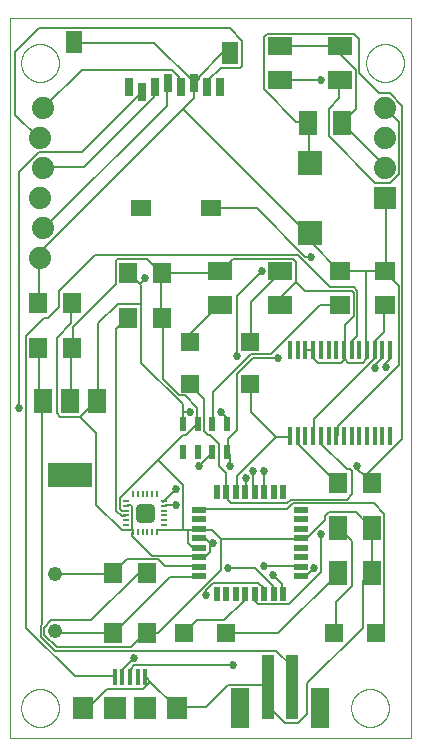
<source format=gtl>
G75*
%MOIN*%
%OFA0B0*%
%FSLAX25Y25*%
%IPPOS*%
%LPD*%
%AMOC8*
5,1,8,0,0,1.08239X$1,22.5*
%
%ADD10C,0.00000*%
%ADD11R,0.06299X0.07087*%
%ADD12R,0.07087X0.06299*%
%ADD13R,0.07400X0.07400*%
%ADD14C,0.07400*%
%ADD15R,0.01575X0.05906*%
%ADD16R,0.05900X0.07900*%
%ADD17R,0.15000X0.07900*%
%ADD18R,0.01378X0.05512*%
%ADD19R,0.07087X0.07480*%
%ADD20R,0.07480X0.07480*%
%ADD21R,0.05906X0.05906*%
%ADD22C,0.04800*%
%ADD23R,0.06299X0.07874*%
%ADD24R,0.07874X0.06299*%
%ADD25R,0.07874X0.07874*%
%ADD26R,0.05512X0.07480*%
%ADD27R,0.07087X0.05512*%
%ADD28R,0.02756X0.05906*%
%ADD29R,0.00787X0.02362*%
%ADD30R,0.02362X0.00787*%
%ADD31C,0.03031*%
%ADD32R,0.05000X0.02200*%
%ADD33R,0.02200X0.05000*%
%ADD34R,0.01969X0.04724*%
%ADD35R,0.03937X0.21654*%
%ADD36R,0.06299X0.13386*%
%ADD37C,0.00600*%
%ADD38C,0.02700*%
D10*
X0002050Y0012667D02*
X0002050Y0252627D01*
X0135751Y0252627D01*
X0135751Y0012667D01*
X0002050Y0012667D01*
X0005751Y0022667D02*
X0005753Y0022825D01*
X0005759Y0022983D01*
X0005769Y0023141D01*
X0005783Y0023299D01*
X0005801Y0023456D01*
X0005822Y0023613D01*
X0005848Y0023769D01*
X0005878Y0023925D01*
X0005911Y0024080D01*
X0005949Y0024233D01*
X0005990Y0024386D01*
X0006035Y0024538D01*
X0006084Y0024689D01*
X0006137Y0024838D01*
X0006193Y0024986D01*
X0006253Y0025132D01*
X0006317Y0025277D01*
X0006385Y0025420D01*
X0006456Y0025562D01*
X0006530Y0025702D01*
X0006608Y0025839D01*
X0006690Y0025975D01*
X0006774Y0026109D01*
X0006863Y0026240D01*
X0006954Y0026369D01*
X0007049Y0026496D01*
X0007146Y0026621D01*
X0007247Y0026743D01*
X0007351Y0026862D01*
X0007458Y0026979D01*
X0007568Y0027093D01*
X0007681Y0027204D01*
X0007796Y0027313D01*
X0007914Y0027418D01*
X0008035Y0027520D01*
X0008158Y0027620D01*
X0008284Y0027716D01*
X0008412Y0027809D01*
X0008542Y0027899D01*
X0008675Y0027985D01*
X0008810Y0028069D01*
X0008946Y0028148D01*
X0009085Y0028225D01*
X0009226Y0028297D01*
X0009368Y0028367D01*
X0009512Y0028432D01*
X0009658Y0028494D01*
X0009805Y0028552D01*
X0009954Y0028607D01*
X0010104Y0028658D01*
X0010255Y0028705D01*
X0010407Y0028748D01*
X0010560Y0028787D01*
X0010715Y0028823D01*
X0010870Y0028854D01*
X0011026Y0028882D01*
X0011182Y0028906D01*
X0011339Y0028926D01*
X0011497Y0028942D01*
X0011654Y0028954D01*
X0011813Y0028962D01*
X0011971Y0028966D01*
X0012129Y0028966D01*
X0012287Y0028962D01*
X0012446Y0028954D01*
X0012603Y0028942D01*
X0012761Y0028926D01*
X0012918Y0028906D01*
X0013074Y0028882D01*
X0013230Y0028854D01*
X0013385Y0028823D01*
X0013540Y0028787D01*
X0013693Y0028748D01*
X0013845Y0028705D01*
X0013996Y0028658D01*
X0014146Y0028607D01*
X0014295Y0028552D01*
X0014442Y0028494D01*
X0014588Y0028432D01*
X0014732Y0028367D01*
X0014874Y0028297D01*
X0015015Y0028225D01*
X0015154Y0028148D01*
X0015290Y0028069D01*
X0015425Y0027985D01*
X0015558Y0027899D01*
X0015688Y0027809D01*
X0015816Y0027716D01*
X0015942Y0027620D01*
X0016065Y0027520D01*
X0016186Y0027418D01*
X0016304Y0027313D01*
X0016419Y0027204D01*
X0016532Y0027093D01*
X0016642Y0026979D01*
X0016749Y0026862D01*
X0016853Y0026743D01*
X0016954Y0026621D01*
X0017051Y0026496D01*
X0017146Y0026369D01*
X0017237Y0026240D01*
X0017326Y0026109D01*
X0017410Y0025975D01*
X0017492Y0025839D01*
X0017570Y0025702D01*
X0017644Y0025562D01*
X0017715Y0025420D01*
X0017783Y0025277D01*
X0017847Y0025132D01*
X0017907Y0024986D01*
X0017963Y0024838D01*
X0018016Y0024689D01*
X0018065Y0024538D01*
X0018110Y0024386D01*
X0018151Y0024233D01*
X0018189Y0024080D01*
X0018222Y0023925D01*
X0018252Y0023769D01*
X0018278Y0023613D01*
X0018299Y0023456D01*
X0018317Y0023299D01*
X0018331Y0023141D01*
X0018341Y0022983D01*
X0018347Y0022825D01*
X0018349Y0022667D01*
X0018347Y0022509D01*
X0018341Y0022351D01*
X0018331Y0022193D01*
X0018317Y0022035D01*
X0018299Y0021878D01*
X0018278Y0021721D01*
X0018252Y0021565D01*
X0018222Y0021409D01*
X0018189Y0021254D01*
X0018151Y0021101D01*
X0018110Y0020948D01*
X0018065Y0020796D01*
X0018016Y0020645D01*
X0017963Y0020496D01*
X0017907Y0020348D01*
X0017847Y0020202D01*
X0017783Y0020057D01*
X0017715Y0019914D01*
X0017644Y0019772D01*
X0017570Y0019632D01*
X0017492Y0019495D01*
X0017410Y0019359D01*
X0017326Y0019225D01*
X0017237Y0019094D01*
X0017146Y0018965D01*
X0017051Y0018838D01*
X0016954Y0018713D01*
X0016853Y0018591D01*
X0016749Y0018472D01*
X0016642Y0018355D01*
X0016532Y0018241D01*
X0016419Y0018130D01*
X0016304Y0018021D01*
X0016186Y0017916D01*
X0016065Y0017814D01*
X0015942Y0017714D01*
X0015816Y0017618D01*
X0015688Y0017525D01*
X0015558Y0017435D01*
X0015425Y0017349D01*
X0015290Y0017265D01*
X0015154Y0017186D01*
X0015015Y0017109D01*
X0014874Y0017037D01*
X0014732Y0016967D01*
X0014588Y0016902D01*
X0014442Y0016840D01*
X0014295Y0016782D01*
X0014146Y0016727D01*
X0013996Y0016676D01*
X0013845Y0016629D01*
X0013693Y0016586D01*
X0013540Y0016547D01*
X0013385Y0016511D01*
X0013230Y0016480D01*
X0013074Y0016452D01*
X0012918Y0016428D01*
X0012761Y0016408D01*
X0012603Y0016392D01*
X0012446Y0016380D01*
X0012287Y0016372D01*
X0012129Y0016368D01*
X0011971Y0016368D01*
X0011813Y0016372D01*
X0011654Y0016380D01*
X0011497Y0016392D01*
X0011339Y0016408D01*
X0011182Y0016428D01*
X0011026Y0016452D01*
X0010870Y0016480D01*
X0010715Y0016511D01*
X0010560Y0016547D01*
X0010407Y0016586D01*
X0010255Y0016629D01*
X0010104Y0016676D01*
X0009954Y0016727D01*
X0009805Y0016782D01*
X0009658Y0016840D01*
X0009512Y0016902D01*
X0009368Y0016967D01*
X0009226Y0017037D01*
X0009085Y0017109D01*
X0008946Y0017186D01*
X0008810Y0017265D01*
X0008675Y0017349D01*
X0008542Y0017435D01*
X0008412Y0017525D01*
X0008284Y0017618D01*
X0008158Y0017714D01*
X0008035Y0017814D01*
X0007914Y0017916D01*
X0007796Y0018021D01*
X0007681Y0018130D01*
X0007568Y0018241D01*
X0007458Y0018355D01*
X0007351Y0018472D01*
X0007247Y0018591D01*
X0007146Y0018713D01*
X0007049Y0018838D01*
X0006954Y0018965D01*
X0006863Y0019094D01*
X0006774Y0019225D01*
X0006690Y0019359D01*
X0006608Y0019495D01*
X0006530Y0019632D01*
X0006456Y0019772D01*
X0006385Y0019914D01*
X0006317Y0020057D01*
X0006253Y0020202D01*
X0006193Y0020348D01*
X0006137Y0020496D01*
X0006084Y0020645D01*
X0006035Y0020796D01*
X0005990Y0020948D01*
X0005949Y0021101D01*
X0005911Y0021254D01*
X0005878Y0021409D01*
X0005848Y0021565D01*
X0005822Y0021721D01*
X0005801Y0021878D01*
X0005783Y0022035D01*
X0005769Y0022193D01*
X0005759Y0022351D01*
X0005753Y0022509D01*
X0005751Y0022667D01*
X0005751Y0237667D02*
X0005753Y0237825D01*
X0005759Y0237983D01*
X0005769Y0238141D01*
X0005783Y0238299D01*
X0005801Y0238456D01*
X0005822Y0238613D01*
X0005848Y0238769D01*
X0005878Y0238925D01*
X0005911Y0239080D01*
X0005949Y0239233D01*
X0005990Y0239386D01*
X0006035Y0239538D01*
X0006084Y0239689D01*
X0006137Y0239838D01*
X0006193Y0239986D01*
X0006253Y0240132D01*
X0006317Y0240277D01*
X0006385Y0240420D01*
X0006456Y0240562D01*
X0006530Y0240702D01*
X0006608Y0240839D01*
X0006690Y0240975D01*
X0006774Y0241109D01*
X0006863Y0241240D01*
X0006954Y0241369D01*
X0007049Y0241496D01*
X0007146Y0241621D01*
X0007247Y0241743D01*
X0007351Y0241862D01*
X0007458Y0241979D01*
X0007568Y0242093D01*
X0007681Y0242204D01*
X0007796Y0242313D01*
X0007914Y0242418D01*
X0008035Y0242520D01*
X0008158Y0242620D01*
X0008284Y0242716D01*
X0008412Y0242809D01*
X0008542Y0242899D01*
X0008675Y0242985D01*
X0008810Y0243069D01*
X0008946Y0243148D01*
X0009085Y0243225D01*
X0009226Y0243297D01*
X0009368Y0243367D01*
X0009512Y0243432D01*
X0009658Y0243494D01*
X0009805Y0243552D01*
X0009954Y0243607D01*
X0010104Y0243658D01*
X0010255Y0243705D01*
X0010407Y0243748D01*
X0010560Y0243787D01*
X0010715Y0243823D01*
X0010870Y0243854D01*
X0011026Y0243882D01*
X0011182Y0243906D01*
X0011339Y0243926D01*
X0011497Y0243942D01*
X0011654Y0243954D01*
X0011813Y0243962D01*
X0011971Y0243966D01*
X0012129Y0243966D01*
X0012287Y0243962D01*
X0012446Y0243954D01*
X0012603Y0243942D01*
X0012761Y0243926D01*
X0012918Y0243906D01*
X0013074Y0243882D01*
X0013230Y0243854D01*
X0013385Y0243823D01*
X0013540Y0243787D01*
X0013693Y0243748D01*
X0013845Y0243705D01*
X0013996Y0243658D01*
X0014146Y0243607D01*
X0014295Y0243552D01*
X0014442Y0243494D01*
X0014588Y0243432D01*
X0014732Y0243367D01*
X0014874Y0243297D01*
X0015015Y0243225D01*
X0015154Y0243148D01*
X0015290Y0243069D01*
X0015425Y0242985D01*
X0015558Y0242899D01*
X0015688Y0242809D01*
X0015816Y0242716D01*
X0015942Y0242620D01*
X0016065Y0242520D01*
X0016186Y0242418D01*
X0016304Y0242313D01*
X0016419Y0242204D01*
X0016532Y0242093D01*
X0016642Y0241979D01*
X0016749Y0241862D01*
X0016853Y0241743D01*
X0016954Y0241621D01*
X0017051Y0241496D01*
X0017146Y0241369D01*
X0017237Y0241240D01*
X0017326Y0241109D01*
X0017410Y0240975D01*
X0017492Y0240839D01*
X0017570Y0240702D01*
X0017644Y0240562D01*
X0017715Y0240420D01*
X0017783Y0240277D01*
X0017847Y0240132D01*
X0017907Y0239986D01*
X0017963Y0239838D01*
X0018016Y0239689D01*
X0018065Y0239538D01*
X0018110Y0239386D01*
X0018151Y0239233D01*
X0018189Y0239080D01*
X0018222Y0238925D01*
X0018252Y0238769D01*
X0018278Y0238613D01*
X0018299Y0238456D01*
X0018317Y0238299D01*
X0018331Y0238141D01*
X0018341Y0237983D01*
X0018347Y0237825D01*
X0018349Y0237667D01*
X0018347Y0237509D01*
X0018341Y0237351D01*
X0018331Y0237193D01*
X0018317Y0237035D01*
X0018299Y0236878D01*
X0018278Y0236721D01*
X0018252Y0236565D01*
X0018222Y0236409D01*
X0018189Y0236254D01*
X0018151Y0236101D01*
X0018110Y0235948D01*
X0018065Y0235796D01*
X0018016Y0235645D01*
X0017963Y0235496D01*
X0017907Y0235348D01*
X0017847Y0235202D01*
X0017783Y0235057D01*
X0017715Y0234914D01*
X0017644Y0234772D01*
X0017570Y0234632D01*
X0017492Y0234495D01*
X0017410Y0234359D01*
X0017326Y0234225D01*
X0017237Y0234094D01*
X0017146Y0233965D01*
X0017051Y0233838D01*
X0016954Y0233713D01*
X0016853Y0233591D01*
X0016749Y0233472D01*
X0016642Y0233355D01*
X0016532Y0233241D01*
X0016419Y0233130D01*
X0016304Y0233021D01*
X0016186Y0232916D01*
X0016065Y0232814D01*
X0015942Y0232714D01*
X0015816Y0232618D01*
X0015688Y0232525D01*
X0015558Y0232435D01*
X0015425Y0232349D01*
X0015290Y0232265D01*
X0015154Y0232186D01*
X0015015Y0232109D01*
X0014874Y0232037D01*
X0014732Y0231967D01*
X0014588Y0231902D01*
X0014442Y0231840D01*
X0014295Y0231782D01*
X0014146Y0231727D01*
X0013996Y0231676D01*
X0013845Y0231629D01*
X0013693Y0231586D01*
X0013540Y0231547D01*
X0013385Y0231511D01*
X0013230Y0231480D01*
X0013074Y0231452D01*
X0012918Y0231428D01*
X0012761Y0231408D01*
X0012603Y0231392D01*
X0012446Y0231380D01*
X0012287Y0231372D01*
X0012129Y0231368D01*
X0011971Y0231368D01*
X0011813Y0231372D01*
X0011654Y0231380D01*
X0011497Y0231392D01*
X0011339Y0231408D01*
X0011182Y0231428D01*
X0011026Y0231452D01*
X0010870Y0231480D01*
X0010715Y0231511D01*
X0010560Y0231547D01*
X0010407Y0231586D01*
X0010255Y0231629D01*
X0010104Y0231676D01*
X0009954Y0231727D01*
X0009805Y0231782D01*
X0009658Y0231840D01*
X0009512Y0231902D01*
X0009368Y0231967D01*
X0009226Y0232037D01*
X0009085Y0232109D01*
X0008946Y0232186D01*
X0008810Y0232265D01*
X0008675Y0232349D01*
X0008542Y0232435D01*
X0008412Y0232525D01*
X0008284Y0232618D01*
X0008158Y0232714D01*
X0008035Y0232814D01*
X0007914Y0232916D01*
X0007796Y0233021D01*
X0007681Y0233130D01*
X0007568Y0233241D01*
X0007458Y0233355D01*
X0007351Y0233472D01*
X0007247Y0233591D01*
X0007146Y0233713D01*
X0007049Y0233838D01*
X0006954Y0233965D01*
X0006863Y0234094D01*
X0006774Y0234225D01*
X0006690Y0234359D01*
X0006608Y0234495D01*
X0006530Y0234632D01*
X0006456Y0234772D01*
X0006385Y0234914D01*
X0006317Y0235057D01*
X0006253Y0235202D01*
X0006193Y0235348D01*
X0006137Y0235496D01*
X0006084Y0235645D01*
X0006035Y0235796D01*
X0005990Y0235948D01*
X0005949Y0236101D01*
X0005911Y0236254D01*
X0005878Y0236409D01*
X0005848Y0236565D01*
X0005822Y0236721D01*
X0005801Y0236878D01*
X0005783Y0237035D01*
X0005769Y0237193D01*
X0005759Y0237351D01*
X0005753Y0237509D01*
X0005751Y0237667D01*
X0115751Y0022667D02*
X0115753Y0022825D01*
X0115759Y0022983D01*
X0115769Y0023141D01*
X0115783Y0023299D01*
X0115801Y0023456D01*
X0115822Y0023613D01*
X0115848Y0023769D01*
X0115878Y0023925D01*
X0115911Y0024080D01*
X0115949Y0024233D01*
X0115990Y0024386D01*
X0116035Y0024538D01*
X0116084Y0024689D01*
X0116137Y0024838D01*
X0116193Y0024986D01*
X0116253Y0025132D01*
X0116317Y0025277D01*
X0116385Y0025420D01*
X0116456Y0025562D01*
X0116530Y0025702D01*
X0116608Y0025839D01*
X0116690Y0025975D01*
X0116774Y0026109D01*
X0116863Y0026240D01*
X0116954Y0026369D01*
X0117049Y0026496D01*
X0117146Y0026621D01*
X0117247Y0026743D01*
X0117351Y0026862D01*
X0117458Y0026979D01*
X0117568Y0027093D01*
X0117681Y0027204D01*
X0117796Y0027313D01*
X0117914Y0027418D01*
X0118035Y0027520D01*
X0118158Y0027620D01*
X0118284Y0027716D01*
X0118412Y0027809D01*
X0118542Y0027899D01*
X0118675Y0027985D01*
X0118810Y0028069D01*
X0118946Y0028148D01*
X0119085Y0028225D01*
X0119226Y0028297D01*
X0119368Y0028367D01*
X0119512Y0028432D01*
X0119658Y0028494D01*
X0119805Y0028552D01*
X0119954Y0028607D01*
X0120104Y0028658D01*
X0120255Y0028705D01*
X0120407Y0028748D01*
X0120560Y0028787D01*
X0120715Y0028823D01*
X0120870Y0028854D01*
X0121026Y0028882D01*
X0121182Y0028906D01*
X0121339Y0028926D01*
X0121497Y0028942D01*
X0121654Y0028954D01*
X0121813Y0028962D01*
X0121971Y0028966D01*
X0122129Y0028966D01*
X0122287Y0028962D01*
X0122446Y0028954D01*
X0122603Y0028942D01*
X0122761Y0028926D01*
X0122918Y0028906D01*
X0123074Y0028882D01*
X0123230Y0028854D01*
X0123385Y0028823D01*
X0123540Y0028787D01*
X0123693Y0028748D01*
X0123845Y0028705D01*
X0123996Y0028658D01*
X0124146Y0028607D01*
X0124295Y0028552D01*
X0124442Y0028494D01*
X0124588Y0028432D01*
X0124732Y0028367D01*
X0124874Y0028297D01*
X0125015Y0028225D01*
X0125154Y0028148D01*
X0125290Y0028069D01*
X0125425Y0027985D01*
X0125558Y0027899D01*
X0125688Y0027809D01*
X0125816Y0027716D01*
X0125942Y0027620D01*
X0126065Y0027520D01*
X0126186Y0027418D01*
X0126304Y0027313D01*
X0126419Y0027204D01*
X0126532Y0027093D01*
X0126642Y0026979D01*
X0126749Y0026862D01*
X0126853Y0026743D01*
X0126954Y0026621D01*
X0127051Y0026496D01*
X0127146Y0026369D01*
X0127237Y0026240D01*
X0127326Y0026109D01*
X0127410Y0025975D01*
X0127492Y0025839D01*
X0127570Y0025702D01*
X0127644Y0025562D01*
X0127715Y0025420D01*
X0127783Y0025277D01*
X0127847Y0025132D01*
X0127907Y0024986D01*
X0127963Y0024838D01*
X0128016Y0024689D01*
X0128065Y0024538D01*
X0128110Y0024386D01*
X0128151Y0024233D01*
X0128189Y0024080D01*
X0128222Y0023925D01*
X0128252Y0023769D01*
X0128278Y0023613D01*
X0128299Y0023456D01*
X0128317Y0023299D01*
X0128331Y0023141D01*
X0128341Y0022983D01*
X0128347Y0022825D01*
X0128349Y0022667D01*
X0128347Y0022509D01*
X0128341Y0022351D01*
X0128331Y0022193D01*
X0128317Y0022035D01*
X0128299Y0021878D01*
X0128278Y0021721D01*
X0128252Y0021565D01*
X0128222Y0021409D01*
X0128189Y0021254D01*
X0128151Y0021101D01*
X0128110Y0020948D01*
X0128065Y0020796D01*
X0128016Y0020645D01*
X0127963Y0020496D01*
X0127907Y0020348D01*
X0127847Y0020202D01*
X0127783Y0020057D01*
X0127715Y0019914D01*
X0127644Y0019772D01*
X0127570Y0019632D01*
X0127492Y0019495D01*
X0127410Y0019359D01*
X0127326Y0019225D01*
X0127237Y0019094D01*
X0127146Y0018965D01*
X0127051Y0018838D01*
X0126954Y0018713D01*
X0126853Y0018591D01*
X0126749Y0018472D01*
X0126642Y0018355D01*
X0126532Y0018241D01*
X0126419Y0018130D01*
X0126304Y0018021D01*
X0126186Y0017916D01*
X0126065Y0017814D01*
X0125942Y0017714D01*
X0125816Y0017618D01*
X0125688Y0017525D01*
X0125558Y0017435D01*
X0125425Y0017349D01*
X0125290Y0017265D01*
X0125154Y0017186D01*
X0125015Y0017109D01*
X0124874Y0017037D01*
X0124732Y0016967D01*
X0124588Y0016902D01*
X0124442Y0016840D01*
X0124295Y0016782D01*
X0124146Y0016727D01*
X0123996Y0016676D01*
X0123845Y0016629D01*
X0123693Y0016586D01*
X0123540Y0016547D01*
X0123385Y0016511D01*
X0123230Y0016480D01*
X0123074Y0016452D01*
X0122918Y0016428D01*
X0122761Y0016408D01*
X0122603Y0016392D01*
X0122446Y0016380D01*
X0122287Y0016372D01*
X0122129Y0016368D01*
X0121971Y0016368D01*
X0121813Y0016372D01*
X0121654Y0016380D01*
X0121497Y0016392D01*
X0121339Y0016408D01*
X0121182Y0016428D01*
X0121026Y0016452D01*
X0120870Y0016480D01*
X0120715Y0016511D01*
X0120560Y0016547D01*
X0120407Y0016586D01*
X0120255Y0016629D01*
X0120104Y0016676D01*
X0119954Y0016727D01*
X0119805Y0016782D01*
X0119658Y0016840D01*
X0119512Y0016902D01*
X0119368Y0016967D01*
X0119226Y0017037D01*
X0119085Y0017109D01*
X0118946Y0017186D01*
X0118810Y0017265D01*
X0118675Y0017349D01*
X0118542Y0017435D01*
X0118412Y0017525D01*
X0118284Y0017618D01*
X0118158Y0017714D01*
X0118035Y0017814D01*
X0117914Y0017916D01*
X0117796Y0018021D01*
X0117681Y0018130D01*
X0117568Y0018241D01*
X0117458Y0018355D01*
X0117351Y0018472D01*
X0117247Y0018591D01*
X0117146Y0018713D01*
X0117049Y0018838D01*
X0116954Y0018965D01*
X0116863Y0019094D01*
X0116774Y0019225D01*
X0116690Y0019359D01*
X0116608Y0019495D01*
X0116530Y0019632D01*
X0116456Y0019772D01*
X0116385Y0019914D01*
X0116317Y0020057D01*
X0116253Y0020202D01*
X0116193Y0020348D01*
X0116137Y0020496D01*
X0116084Y0020645D01*
X0116035Y0020796D01*
X0115990Y0020948D01*
X0115949Y0021101D01*
X0115911Y0021254D01*
X0115878Y0021409D01*
X0115848Y0021565D01*
X0115822Y0021721D01*
X0115801Y0021878D01*
X0115783Y0022035D01*
X0115769Y0022193D01*
X0115759Y0022351D01*
X0115753Y0022509D01*
X0115751Y0022667D01*
X0120751Y0237667D02*
X0120753Y0237825D01*
X0120759Y0237983D01*
X0120769Y0238141D01*
X0120783Y0238299D01*
X0120801Y0238456D01*
X0120822Y0238613D01*
X0120848Y0238769D01*
X0120878Y0238925D01*
X0120911Y0239080D01*
X0120949Y0239233D01*
X0120990Y0239386D01*
X0121035Y0239538D01*
X0121084Y0239689D01*
X0121137Y0239838D01*
X0121193Y0239986D01*
X0121253Y0240132D01*
X0121317Y0240277D01*
X0121385Y0240420D01*
X0121456Y0240562D01*
X0121530Y0240702D01*
X0121608Y0240839D01*
X0121690Y0240975D01*
X0121774Y0241109D01*
X0121863Y0241240D01*
X0121954Y0241369D01*
X0122049Y0241496D01*
X0122146Y0241621D01*
X0122247Y0241743D01*
X0122351Y0241862D01*
X0122458Y0241979D01*
X0122568Y0242093D01*
X0122681Y0242204D01*
X0122796Y0242313D01*
X0122914Y0242418D01*
X0123035Y0242520D01*
X0123158Y0242620D01*
X0123284Y0242716D01*
X0123412Y0242809D01*
X0123542Y0242899D01*
X0123675Y0242985D01*
X0123810Y0243069D01*
X0123946Y0243148D01*
X0124085Y0243225D01*
X0124226Y0243297D01*
X0124368Y0243367D01*
X0124512Y0243432D01*
X0124658Y0243494D01*
X0124805Y0243552D01*
X0124954Y0243607D01*
X0125104Y0243658D01*
X0125255Y0243705D01*
X0125407Y0243748D01*
X0125560Y0243787D01*
X0125715Y0243823D01*
X0125870Y0243854D01*
X0126026Y0243882D01*
X0126182Y0243906D01*
X0126339Y0243926D01*
X0126497Y0243942D01*
X0126654Y0243954D01*
X0126813Y0243962D01*
X0126971Y0243966D01*
X0127129Y0243966D01*
X0127287Y0243962D01*
X0127446Y0243954D01*
X0127603Y0243942D01*
X0127761Y0243926D01*
X0127918Y0243906D01*
X0128074Y0243882D01*
X0128230Y0243854D01*
X0128385Y0243823D01*
X0128540Y0243787D01*
X0128693Y0243748D01*
X0128845Y0243705D01*
X0128996Y0243658D01*
X0129146Y0243607D01*
X0129295Y0243552D01*
X0129442Y0243494D01*
X0129588Y0243432D01*
X0129732Y0243367D01*
X0129874Y0243297D01*
X0130015Y0243225D01*
X0130154Y0243148D01*
X0130290Y0243069D01*
X0130425Y0242985D01*
X0130558Y0242899D01*
X0130688Y0242809D01*
X0130816Y0242716D01*
X0130942Y0242620D01*
X0131065Y0242520D01*
X0131186Y0242418D01*
X0131304Y0242313D01*
X0131419Y0242204D01*
X0131532Y0242093D01*
X0131642Y0241979D01*
X0131749Y0241862D01*
X0131853Y0241743D01*
X0131954Y0241621D01*
X0132051Y0241496D01*
X0132146Y0241369D01*
X0132237Y0241240D01*
X0132326Y0241109D01*
X0132410Y0240975D01*
X0132492Y0240839D01*
X0132570Y0240702D01*
X0132644Y0240562D01*
X0132715Y0240420D01*
X0132783Y0240277D01*
X0132847Y0240132D01*
X0132907Y0239986D01*
X0132963Y0239838D01*
X0133016Y0239689D01*
X0133065Y0239538D01*
X0133110Y0239386D01*
X0133151Y0239233D01*
X0133189Y0239080D01*
X0133222Y0238925D01*
X0133252Y0238769D01*
X0133278Y0238613D01*
X0133299Y0238456D01*
X0133317Y0238299D01*
X0133331Y0238141D01*
X0133341Y0237983D01*
X0133347Y0237825D01*
X0133349Y0237667D01*
X0133347Y0237509D01*
X0133341Y0237351D01*
X0133331Y0237193D01*
X0133317Y0237035D01*
X0133299Y0236878D01*
X0133278Y0236721D01*
X0133252Y0236565D01*
X0133222Y0236409D01*
X0133189Y0236254D01*
X0133151Y0236101D01*
X0133110Y0235948D01*
X0133065Y0235796D01*
X0133016Y0235645D01*
X0132963Y0235496D01*
X0132907Y0235348D01*
X0132847Y0235202D01*
X0132783Y0235057D01*
X0132715Y0234914D01*
X0132644Y0234772D01*
X0132570Y0234632D01*
X0132492Y0234495D01*
X0132410Y0234359D01*
X0132326Y0234225D01*
X0132237Y0234094D01*
X0132146Y0233965D01*
X0132051Y0233838D01*
X0131954Y0233713D01*
X0131853Y0233591D01*
X0131749Y0233472D01*
X0131642Y0233355D01*
X0131532Y0233241D01*
X0131419Y0233130D01*
X0131304Y0233021D01*
X0131186Y0232916D01*
X0131065Y0232814D01*
X0130942Y0232714D01*
X0130816Y0232618D01*
X0130688Y0232525D01*
X0130558Y0232435D01*
X0130425Y0232349D01*
X0130290Y0232265D01*
X0130154Y0232186D01*
X0130015Y0232109D01*
X0129874Y0232037D01*
X0129732Y0231967D01*
X0129588Y0231902D01*
X0129442Y0231840D01*
X0129295Y0231782D01*
X0129146Y0231727D01*
X0128996Y0231676D01*
X0128845Y0231629D01*
X0128693Y0231586D01*
X0128540Y0231547D01*
X0128385Y0231511D01*
X0128230Y0231480D01*
X0128074Y0231452D01*
X0127918Y0231428D01*
X0127761Y0231408D01*
X0127603Y0231392D01*
X0127446Y0231380D01*
X0127287Y0231372D01*
X0127129Y0231368D01*
X0126971Y0231368D01*
X0126813Y0231372D01*
X0126654Y0231380D01*
X0126497Y0231392D01*
X0126339Y0231408D01*
X0126182Y0231428D01*
X0126026Y0231452D01*
X0125870Y0231480D01*
X0125715Y0231511D01*
X0125560Y0231547D01*
X0125407Y0231586D01*
X0125255Y0231629D01*
X0125104Y0231676D01*
X0124954Y0231727D01*
X0124805Y0231782D01*
X0124658Y0231840D01*
X0124512Y0231902D01*
X0124368Y0231967D01*
X0124226Y0232037D01*
X0124085Y0232109D01*
X0123946Y0232186D01*
X0123810Y0232265D01*
X0123675Y0232349D01*
X0123542Y0232435D01*
X0123412Y0232525D01*
X0123284Y0232618D01*
X0123158Y0232714D01*
X0123035Y0232814D01*
X0122914Y0232916D01*
X0122796Y0233021D01*
X0122681Y0233130D01*
X0122568Y0233241D01*
X0122458Y0233355D01*
X0122351Y0233472D01*
X0122247Y0233591D01*
X0122146Y0233713D01*
X0122049Y0233838D01*
X0121954Y0233965D01*
X0121863Y0234094D01*
X0121774Y0234225D01*
X0121690Y0234359D01*
X0121608Y0234495D01*
X0121530Y0234632D01*
X0121456Y0234772D01*
X0121385Y0234914D01*
X0121317Y0235057D01*
X0121253Y0235202D01*
X0121193Y0235348D01*
X0121137Y0235496D01*
X0121084Y0235645D01*
X0121035Y0235796D01*
X0120990Y0235948D01*
X0120949Y0236101D01*
X0120911Y0236254D01*
X0120878Y0236409D01*
X0120848Y0236565D01*
X0120822Y0236721D01*
X0120801Y0236878D01*
X0120783Y0237035D01*
X0120769Y0237193D01*
X0120759Y0237351D01*
X0120753Y0237509D01*
X0120751Y0237667D01*
D11*
X0052562Y0167667D03*
X0052562Y0152667D03*
X0041538Y0152667D03*
X0041538Y0167667D03*
X0022562Y0157667D03*
X0022562Y0142667D03*
X0011538Y0142667D03*
X0011538Y0157667D03*
X0036538Y0067667D03*
X0047562Y0067667D03*
X0047562Y0047667D03*
X0036538Y0047667D03*
X0111538Y0097667D03*
X0122562Y0097667D03*
D12*
X0127050Y0157155D03*
X0127050Y0168178D03*
X0112050Y0168178D03*
X0112050Y0157155D03*
D13*
X0127050Y0192667D03*
D14*
X0127050Y0202667D03*
X0127050Y0212667D03*
X0127050Y0222667D03*
X0013050Y0222667D03*
X0012050Y0212667D03*
X0013050Y0202667D03*
X0012050Y0192667D03*
X0013050Y0182667D03*
X0012050Y0172667D03*
D15*
X0095416Y0141938D03*
X0097975Y0141938D03*
X0100534Y0141938D03*
X0103093Y0141938D03*
X0105652Y0141938D03*
X0108211Y0141938D03*
X0110770Y0141938D03*
X0113330Y0141938D03*
X0115889Y0141938D03*
X0118448Y0141938D03*
X0121007Y0141938D03*
X0123566Y0141938D03*
X0126125Y0141938D03*
X0128684Y0141938D03*
X0128684Y0113395D03*
X0126125Y0113395D03*
X0123566Y0113395D03*
X0121007Y0113395D03*
X0118448Y0113395D03*
X0115889Y0113395D03*
X0113330Y0113395D03*
X0110770Y0113395D03*
X0108211Y0113395D03*
X0105652Y0113395D03*
X0103093Y0113395D03*
X0100534Y0113395D03*
X0097975Y0113395D03*
X0095416Y0113395D03*
D16*
X0030950Y0125067D03*
X0021950Y0125067D03*
X0012950Y0125067D03*
D17*
X0022050Y0100267D03*
D18*
X0036932Y0033100D03*
X0039491Y0033100D03*
X0042050Y0033100D03*
X0044609Y0033100D03*
X0047168Y0033100D03*
D19*
X0057798Y0022667D03*
X0026302Y0022667D03*
D20*
X0037050Y0022667D03*
X0047050Y0022667D03*
D21*
X0060160Y0047667D03*
X0073940Y0047667D03*
X0110160Y0047667D03*
X0123940Y0047667D03*
X0082050Y0130777D03*
X0082050Y0144556D03*
X0062050Y0144556D03*
X0062050Y0130777D03*
D22*
X0017050Y0067167D03*
X0017050Y0048167D03*
D23*
X0101538Y0217667D03*
X0112562Y0217667D03*
X0111538Y0082667D03*
X0111538Y0067667D03*
X0122562Y0067667D03*
X0122562Y0082667D03*
D24*
X0092050Y0157155D03*
X0092050Y0168178D03*
X0072050Y0168178D03*
X0072050Y0157155D03*
X0092050Y0232155D03*
X0092050Y0243178D03*
X0112050Y0243178D03*
X0112050Y0232155D03*
D25*
X0102050Y0204478D03*
X0102050Y0180856D03*
D26*
X0075475Y0240974D03*
X0023507Y0244517D03*
D27*
X0045554Y0189399D03*
X0069176Y0189399D03*
D28*
X0067601Y0229556D03*
X0071932Y0229556D03*
X0063270Y0231131D03*
X0058940Y0229556D03*
X0054609Y0231131D03*
X0050278Y0229556D03*
X0045948Y0227982D03*
X0041617Y0229556D03*
D29*
X0043113Y0093966D03*
X0044688Y0093966D03*
X0046263Y0093966D03*
X0047837Y0093966D03*
X0049412Y0093966D03*
X0050987Y0093966D03*
X0050987Y0081367D03*
X0049412Y0081367D03*
X0047837Y0081367D03*
X0046263Y0081367D03*
X0044688Y0081367D03*
X0043113Y0081367D03*
D30*
X0040751Y0083730D03*
X0040751Y0085304D03*
X0040751Y0086879D03*
X0040751Y0088454D03*
X0040751Y0090029D03*
X0040751Y0091604D03*
X0053349Y0091604D03*
X0053349Y0090029D03*
X0053349Y0088454D03*
X0053349Y0086879D03*
X0053349Y0085304D03*
X0053349Y0083730D03*
D31*
X0045534Y0085836D02*
X0045534Y0089498D01*
X0048566Y0089498D01*
X0048566Y0085836D01*
X0045534Y0085836D01*
X0045534Y0088866D02*
X0048566Y0088866D01*
D32*
X0065150Y0088690D03*
X0065150Y0085541D03*
X0065150Y0082391D03*
X0065150Y0079241D03*
X0065150Y0076092D03*
X0065150Y0072942D03*
X0065150Y0069793D03*
X0065150Y0066643D03*
X0098950Y0066643D03*
X0098950Y0069793D03*
X0098950Y0072942D03*
X0098950Y0076092D03*
X0098950Y0079241D03*
X0098950Y0082391D03*
X0098950Y0085541D03*
X0098950Y0088690D03*
D33*
X0093074Y0094567D03*
X0089924Y0094567D03*
X0086774Y0094567D03*
X0083625Y0094567D03*
X0080475Y0094567D03*
X0077326Y0094567D03*
X0074176Y0094567D03*
X0071026Y0094567D03*
X0071026Y0060767D03*
X0074176Y0060767D03*
X0077326Y0060767D03*
X0080475Y0060767D03*
X0083625Y0060767D03*
X0086774Y0060767D03*
X0089924Y0060767D03*
X0093074Y0060767D03*
D34*
X0074432Y0107942D03*
X0069511Y0107942D03*
X0064589Y0107942D03*
X0059668Y0107942D03*
X0059668Y0117391D03*
X0064589Y0117391D03*
X0069511Y0117391D03*
X0074432Y0117391D03*
D35*
X0088113Y0029753D03*
X0095987Y0029753D03*
D36*
X0105436Y0022667D03*
X0078664Y0022667D03*
D37*
X0074650Y0030267D02*
X0087850Y0030267D01*
X0088113Y0029753D01*
X0088450Y0029667D01*
X0088450Y0023067D01*
X0093850Y0017667D01*
X0098050Y0017667D01*
X0101050Y0020667D01*
X0101050Y0030867D01*
X0119650Y0049467D01*
X0119650Y0065067D01*
X0122050Y0067467D01*
X0122562Y0067667D01*
X0122650Y0068067D01*
X0122650Y0082467D01*
X0122562Y0082667D01*
X0122050Y0083067D01*
X0117250Y0087867D01*
X0108250Y0087867D01*
X0107050Y0086667D01*
X0107050Y0085467D01*
X0101050Y0079467D01*
X0099250Y0079467D01*
X0098950Y0079241D01*
X0098650Y0078867D01*
X0072250Y0078867D01*
X0069250Y0081867D01*
X0065650Y0081867D01*
X0065150Y0082391D01*
X0065050Y0081867D01*
X0061450Y0081867D01*
X0061450Y0077667D01*
X0062650Y0076467D01*
X0065050Y0076467D01*
X0065150Y0076092D01*
X0065050Y0073467D02*
X0065150Y0072942D01*
X0065650Y0073467D01*
X0067450Y0073467D01*
X0068650Y0074667D01*
X0068650Y0077667D01*
X0069850Y0077667D01*
X0068650Y0077667D02*
X0067450Y0078867D01*
X0065650Y0078867D01*
X0065150Y0079241D01*
X0065050Y0073467D02*
X0049450Y0073467D01*
X0042850Y0080067D01*
X0042850Y0081267D01*
X0043113Y0081367D01*
X0042850Y0081867D01*
X0039250Y0081867D01*
X0030850Y0090267D01*
X0030850Y0114267D01*
X0025450Y0119667D01*
X0030850Y0125067D01*
X0030950Y0125067D01*
X0031450Y0125067D01*
X0031450Y0150867D01*
X0038050Y0157467D01*
X0045850Y0157467D01*
X0045850Y0137667D01*
X0059650Y0123867D01*
X0059650Y0121467D01*
X0062050Y0121467D01*
X0059650Y0121467D02*
X0059650Y0117867D01*
X0059668Y0117391D01*
X0059650Y0113667D02*
X0060850Y0113667D01*
X0064450Y0117267D01*
X0064589Y0117391D01*
X0064450Y0117867D01*
X0064450Y0122667D01*
X0060250Y0126867D01*
X0058450Y0126867D01*
X0053050Y0132267D01*
X0053050Y0152667D01*
X0052562Y0152667D01*
X0052450Y0152667D01*
X0052450Y0167667D01*
X0052562Y0167667D01*
X0071650Y0167667D01*
X0072050Y0168178D01*
X0072250Y0168267D01*
X0076450Y0172467D01*
X0096250Y0172467D01*
X0097450Y0171267D01*
X0097450Y0164667D01*
X0100450Y0161667D01*
X0116050Y0161667D01*
X0116650Y0161067D01*
X0116650Y0153267D01*
X0113650Y0150267D01*
X0113650Y0142467D01*
X0113330Y0141938D01*
X0113650Y0141867D01*
X0113650Y0138867D01*
X0112450Y0137667D01*
X0104650Y0137667D01*
X0103450Y0138867D01*
X0103450Y0141867D01*
X0103093Y0141938D01*
X0102850Y0141867D01*
X0101050Y0141867D01*
X0100534Y0141938D01*
X0089050Y0140667D02*
X0105250Y0156867D01*
X0111850Y0156867D01*
X0112050Y0157155D01*
X0108850Y0162867D02*
X0116650Y0162867D01*
X0117850Y0161667D01*
X0117850Y0146667D01*
X0116050Y0144867D01*
X0116050Y0142467D01*
X0115889Y0141938D01*
X0113650Y0138867D02*
X0114850Y0137667D01*
X0119650Y0137667D01*
X0120850Y0138867D01*
X0120850Y0141867D01*
X0121007Y0141938D01*
X0120850Y0142467D01*
X0120850Y0168267D01*
X0112450Y0168267D01*
X0112050Y0168178D01*
X0111850Y0168267D01*
X0102250Y0177867D01*
X0102250Y0180267D01*
X0102050Y0180856D01*
X0101650Y0180267D01*
X0059650Y0222267D01*
X0012250Y0174867D01*
X0012250Y0173067D01*
X0012050Y0172667D01*
X0011650Y0172467D01*
X0011650Y0158067D01*
X0011538Y0157667D01*
X0013450Y0152667D02*
X0014650Y0152667D01*
X0018250Y0156267D01*
X0018250Y0161667D01*
X0030250Y0173667D01*
X0098050Y0173667D01*
X0108850Y0162867D01*
X0102250Y0173067D02*
X0100450Y0173067D01*
X0084250Y0189267D01*
X0069250Y0189267D01*
X0069176Y0189399D01*
X0086050Y0168267D02*
X0077650Y0159867D01*
X0077650Y0140067D01*
X0083050Y0139467D02*
X0077650Y0134067D01*
X0077650Y0115467D01*
X0074650Y0112467D01*
X0074650Y0108267D01*
X0074432Y0107942D01*
X0074650Y0107667D01*
X0075250Y0107067D01*
X0075250Y0103467D01*
X0074050Y0101067D02*
X0071650Y0103467D01*
X0071650Y0110667D01*
X0068650Y0113667D01*
X0068050Y0113667D01*
X0066850Y0114867D01*
X0066850Y0125667D01*
X0062050Y0130467D01*
X0062050Y0130777D01*
X0062050Y0144556D02*
X0062050Y0147267D01*
X0071650Y0156867D01*
X0072050Y0157155D01*
X0082050Y0144556D02*
X0082450Y0144867D01*
X0082450Y0158067D01*
X0092050Y0167667D01*
X0092050Y0168178D01*
X0097450Y0164667D02*
X0092050Y0159267D01*
X0092050Y0157155D01*
X0089050Y0140667D02*
X0082450Y0140667D01*
X0069850Y0128067D01*
X0069850Y0117867D01*
X0069511Y0117391D01*
X0072250Y0121467D02*
X0074050Y0119667D01*
X0074050Y0117867D01*
X0074432Y0117391D01*
X0069511Y0107942D02*
X0069250Y0107667D01*
X0065050Y0103467D01*
X0059650Y0096867D02*
X0059650Y0081867D01*
X0051250Y0081867D01*
X0050987Y0081367D01*
X0053349Y0090029D02*
X0053650Y0090267D01*
X0057250Y0090267D01*
X0053349Y0091604D02*
X0053050Y0091467D01*
X0057250Y0095667D01*
X0059650Y0096867D02*
X0051250Y0105267D01*
X0038650Y0092667D01*
X0038650Y0089067D01*
X0039250Y0088467D01*
X0040450Y0088467D01*
X0040751Y0088454D01*
X0040751Y0086879D02*
X0040450Y0086667D01*
X0039250Y0086667D01*
X0037450Y0088467D01*
X0037450Y0149067D01*
X0041050Y0152667D01*
X0041538Y0152667D01*
X0045850Y0157467D02*
X0045850Y0163467D01*
X0045250Y0164067D01*
X0047050Y0165867D01*
X0045250Y0164067D02*
X0041650Y0167667D01*
X0041538Y0167667D01*
X0037450Y0164067D02*
X0037450Y0171867D01*
X0038050Y0172467D01*
X0047650Y0172467D01*
X0052450Y0167667D01*
X0037450Y0164067D02*
X0023050Y0149667D01*
X0023050Y0143067D01*
X0022562Y0142667D01*
X0022450Y0142467D01*
X0022450Y0125067D01*
X0021950Y0125067D01*
X0018850Y0119667D02*
X0025450Y0119667D01*
X0018850Y0119667D02*
X0017650Y0120867D01*
X0017650Y0146067D01*
X0022450Y0150867D01*
X0022450Y0157467D01*
X0022562Y0157667D01*
X0013450Y0152667D02*
X0007450Y0146667D01*
X0007450Y0049467D01*
X0023650Y0033267D01*
X0036850Y0033267D01*
X0036932Y0033100D01*
X0039491Y0033100D02*
X0039850Y0033267D01*
X0039850Y0035667D01*
X0043450Y0039267D01*
X0043450Y0036867D02*
X0042250Y0035667D01*
X0042250Y0033267D01*
X0042050Y0033100D01*
X0043450Y0036867D02*
X0076450Y0036867D01*
X0074650Y0030267D02*
X0067450Y0023067D01*
X0057850Y0023067D01*
X0057798Y0022667D01*
X0057250Y0023067D01*
X0048850Y0031467D01*
X0046450Y0029067D01*
X0034450Y0029067D01*
X0028450Y0023067D01*
X0026650Y0023067D01*
X0026302Y0022667D01*
X0017050Y0041667D02*
X0090850Y0041667D01*
X0095650Y0036867D01*
X0095650Y0030267D01*
X0095987Y0029753D01*
X0091450Y0047667D02*
X0111250Y0067467D01*
X0111538Y0067667D01*
X0116050Y0063267D02*
X0116050Y0078267D01*
X0111850Y0082467D01*
X0111538Y0082667D01*
X0105850Y0080667D02*
X0105850Y0068067D01*
X0095050Y0057267D01*
X0084850Y0057267D01*
X0083650Y0058467D01*
X0083650Y0060267D01*
X0083625Y0060767D01*
X0086650Y0062667D02*
X0084850Y0064467D01*
X0069850Y0064467D01*
X0067450Y0062067D01*
X0067450Y0060267D01*
X0065050Y0066267D02*
X0065150Y0066643D01*
X0065050Y0066267D02*
X0055450Y0066267D01*
X0036850Y0047667D01*
X0036538Y0047667D01*
X0017050Y0047667D01*
X0017050Y0048167D01*
X0013450Y0047067D02*
X0017650Y0042867D01*
X0042250Y0042867D01*
X0047050Y0047667D01*
X0047562Y0047667D01*
X0051250Y0047667D01*
X0072250Y0068667D01*
X0072250Y0078867D01*
X0074650Y0069267D02*
X0083650Y0069267D01*
X0089650Y0063267D01*
X0089650Y0060867D01*
X0089924Y0060767D01*
X0092650Y0060867D02*
X0093074Y0060767D01*
X0092650Y0060867D02*
X0092650Y0063867D01*
X0089650Y0066867D01*
X0086650Y0069867D02*
X0098650Y0069867D01*
X0098950Y0069793D01*
X0099250Y0066867D02*
X0098950Y0066643D01*
X0099250Y0066867D02*
X0101050Y0066867D01*
X0103450Y0069267D01*
X0110650Y0057867D02*
X0116050Y0063267D01*
X0110650Y0057867D02*
X0110650Y0047667D01*
X0110160Y0047667D01*
X0123940Y0047667D02*
X0124450Y0047667D01*
X0126850Y0050067D01*
X0126850Y0087267D01*
X0123250Y0090867D01*
X0096250Y0090867D01*
X0094450Y0089067D01*
X0065650Y0089067D01*
X0065150Y0088690D01*
X0061450Y0081867D02*
X0059650Y0081867D01*
X0051250Y0072267D02*
X0053650Y0069867D01*
X0065050Y0069867D01*
X0065150Y0069793D01*
X0064450Y0051867D02*
X0060250Y0047667D01*
X0060160Y0047667D01*
X0064450Y0051867D02*
X0073450Y0051867D01*
X0080050Y0058467D01*
X0080050Y0060267D01*
X0080475Y0060767D01*
X0086650Y0060867D02*
X0086774Y0060767D01*
X0086650Y0060867D02*
X0086650Y0062667D01*
X0091450Y0047667D02*
X0073940Y0047667D01*
X0075850Y0090867D02*
X0074650Y0092067D01*
X0074650Y0094467D01*
X0074176Y0094567D01*
X0074050Y0095067D01*
X0074050Y0101067D01*
X0077650Y0099867D02*
X0077650Y0095067D01*
X0077326Y0094567D01*
X0077650Y0099867D02*
X0090850Y0113067D01*
X0082450Y0121467D01*
X0082450Y0130467D01*
X0082050Y0130777D01*
X0083050Y0139467D02*
X0091450Y0139467D01*
X0103450Y0119067D02*
X0103450Y0113667D01*
X0103093Y0113395D01*
X0105652Y0113395D02*
X0105850Y0113067D01*
X0105850Y0110667D01*
X0114250Y0102267D01*
X0115450Y0102267D01*
X0116050Y0101667D01*
X0116050Y0093867D01*
X0114250Y0092067D01*
X0095650Y0092067D01*
X0094450Y0090867D01*
X0075850Y0090867D01*
X0080475Y0094567D02*
X0080650Y0095067D01*
X0080650Y0099267D01*
X0083050Y0101667D02*
X0083050Y0095067D01*
X0083625Y0094567D01*
X0086650Y0095067D02*
X0086650Y0101667D01*
X0086650Y0095067D02*
X0086774Y0094567D01*
X0090850Y0113067D02*
X0095050Y0113067D01*
X0095416Y0113395D01*
X0097975Y0113395D02*
X0098050Y0113067D01*
X0098050Y0110667D01*
X0111250Y0097467D01*
X0111538Y0097667D01*
X0117850Y0102267D02*
X0120250Y0099867D01*
X0122562Y0097667D01*
X0122050Y0098067D01*
X0120250Y0099867D01*
X0132850Y0112467D01*
X0132850Y0223467D01*
X0128650Y0227667D01*
X0125050Y0227667D01*
X0118450Y0234267D01*
X0118450Y0245667D01*
X0116650Y0247467D01*
X0087850Y0247467D01*
X0086650Y0246267D01*
X0086650Y0228867D01*
X0097450Y0218067D01*
X0101050Y0218067D01*
X0101538Y0217667D01*
X0101650Y0217467D01*
X0101650Y0204867D01*
X0102050Y0204478D01*
X0108250Y0213267D02*
X0123850Y0197667D01*
X0128650Y0197667D01*
X0131650Y0200667D01*
X0131650Y0218067D01*
X0127050Y0222667D01*
X0117250Y0222267D02*
X0113050Y0218067D01*
X0112562Y0217667D01*
X0113050Y0217467D01*
X0127450Y0203067D01*
X0127050Y0202667D01*
X0127050Y0192667D02*
X0127450Y0192267D01*
X0127450Y0168267D01*
X0127050Y0168178D01*
X0126850Y0168267D01*
X0120850Y0168267D01*
X0127050Y0168178D02*
X0127450Y0167667D01*
X0131650Y0163467D01*
X0131650Y0137067D01*
X0111250Y0116667D01*
X0111250Y0113667D01*
X0110770Y0113395D01*
X0117850Y0103467D02*
X0117850Y0102267D01*
X0103450Y0119067D02*
X0123250Y0138867D01*
X0123250Y0141867D01*
X0123566Y0141938D01*
X0123850Y0142467D01*
X0123850Y0144867D01*
X0126850Y0147867D01*
X0126850Y0156867D01*
X0127050Y0157155D01*
X0126125Y0141938D02*
X0125650Y0141867D01*
X0125650Y0138867D01*
X0123850Y0137067D01*
X0123850Y0135867D01*
X0127450Y0136467D02*
X0127450Y0137667D01*
X0128650Y0138867D01*
X0128650Y0141867D01*
X0128684Y0141938D01*
X0108250Y0213267D02*
X0108250Y0222267D01*
X0111850Y0225867D01*
X0111850Y0231867D01*
X0112050Y0232155D01*
X0117250Y0235467D02*
X0112450Y0240267D01*
X0112450Y0242667D01*
X0112050Y0243178D01*
X0111850Y0243267D01*
X0092050Y0243267D01*
X0092050Y0243178D01*
X0092050Y0232155D02*
X0092050Y0231867D01*
X0105850Y0231867D01*
X0117250Y0235467D02*
X0117250Y0222267D01*
X0079450Y0236667D02*
X0079450Y0245067D01*
X0075250Y0249267D01*
X0011650Y0249267D01*
X0003850Y0241467D01*
X0003850Y0220467D01*
X0011650Y0212667D01*
X0012050Y0212667D01*
X0011650Y0207867D02*
X0026050Y0207867D01*
X0045850Y0227667D01*
X0045948Y0227982D01*
X0050050Y0229467D02*
X0050050Y0226467D01*
X0026650Y0203067D01*
X0013450Y0203067D01*
X0013050Y0202667D01*
X0011650Y0207867D02*
X0005050Y0201267D01*
X0005050Y0122667D01*
X0011650Y0126267D02*
X0012850Y0125067D01*
X0012950Y0125067D01*
X0012850Y0125067D02*
X0012850Y0050667D01*
X0012250Y0050067D01*
X0012250Y0046467D01*
X0017050Y0041667D01*
X0013450Y0047067D02*
X0013450Y0049467D01*
X0015850Y0051867D01*
X0029050Y0051867D01*
X0044650Y0067467D01*
X0047050Y0067467D01*
X0047562Y0067667D01*
X0051250Y0072267D02*
X0041050Y0072267D01*
X0036850Y0068067D01*
X0036538Y0067667D01*
X0036250Y0067467D01*
X0017050Y0067467D01*
X0017050Y0067167D01*
X0040751Y0090029D02*
X0041050Y0090267D01*
X0042250Y0090267D01*
X0042850Y0089667D01*
X0042850Y0081867D01*
X0051250Y0105267D02*
X0059650Y0113667D01*
X0047168Y0033100D02*
X0047650Y0032667D01*
X0048850Y0031467D01*
X0011650Y0126267D02*
X0011650Y0142467D01*
X0011538Y0142667D01*
X0013050Y0182667D02*
X0013450Y0182667D01*
X0054250Y0223467D01*
X0054250Y0230667D01*
X0054609Y0231131D01*
X0058450Y0233067D02*
X0056050Y0235467D01*
X0026050Y0235467D01*
X0013450Y0222867D01*
X0013050Y0222667D01*
X0023507Y0244517D02*
X0023650Y0244467D01*
X0050050Y0244467D01*
X0063250Y0231267D01*
X0063270Y0231131D01*
X0063250Y0230667D01*
X0063250Y0225867D01*
X0059650Y0222267D01*
X0058940Y0229556D02*
X0058450Y0230067D01*
X0058450Y0233067D01*
X0063270Y0231131D02*
X0063850Y0231267D01*
X0065050Y0232467D01*
X0065050Y0233067D01*
X0072850Y0240867D01*
X0075250Y0240867D01*
X0075475Y0240974D01*
X0079450Y0236667D02*
X0078850Y0236067D01*
X0072250Y0236067D01*
X0068050Y0231867D01*
X0068050Y0230067D01*
X0067601Y0229556D01*
X0050278Y0229556D02*
X0050050Y0229467D01*
D38*
X0047050Y0165867D03*
X0062050Y0121467D03*
X0065050Y0103467D03*
X0057250Y0095667D03*
X0057250Y0090267D03*
X0069850Y0077667D03*
X0074650Y0069267D03*
X0067450Y0060267D03*
X0076450Y0036867D03*
X0089650Y0066867D03*
X0086650Y0069867D03*
X0080650Y0099267D03*
X0083050Y0101667D03*
X0086650Y0101667D03*
X0075250Y0103467D03*
X0072250Y0121467D03*
X0077650Y0140067D03*
X0091450Y0139467D03*
X0086050Y0168267D03*
X0102250Y0173067D03*
X0123850Y0135867D03*
X0127450Y0136467D03*
X0117850Y0103467D03*
X0105850Y0080667D03*
X0103450Y0069267D03*
X0043450Y0039267D03*
X0005050Y0122667D03*
X0105850Y0231867D03*
M02*

</source>
